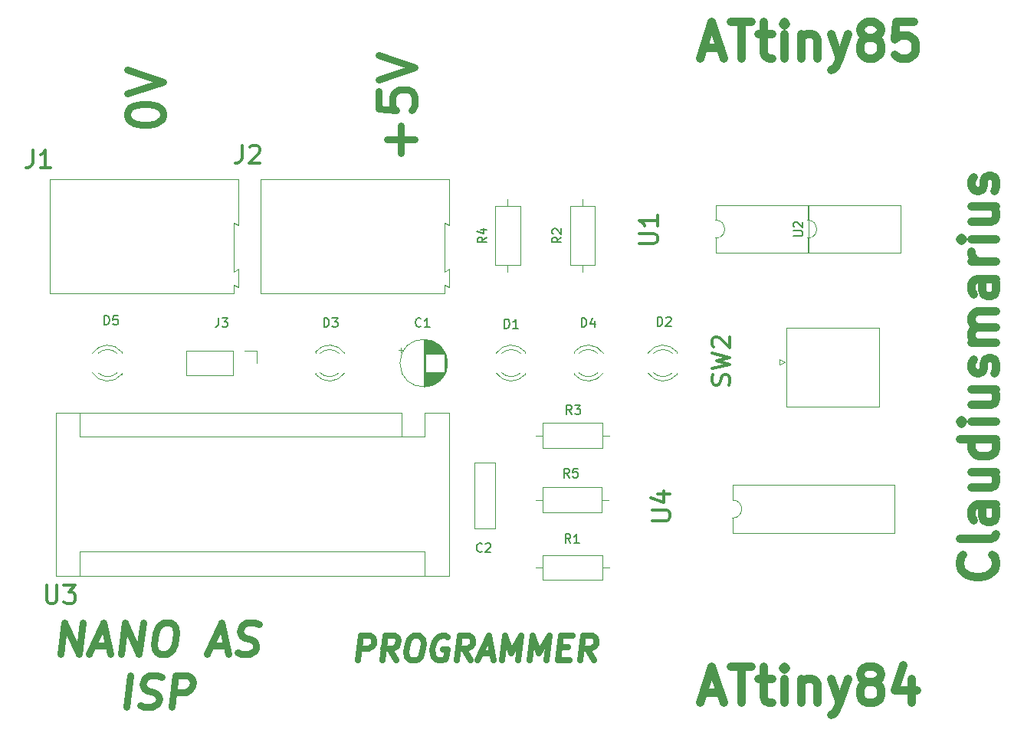
<source format=gbr>
G04 #@! TF.GenerationSoftware,KiCad,Pcbnew,(5.0.0)*
G04 #@! TF.CreationDate,2021-01-29T15:29:07+01:00*
G04 #@! TF.ProjectId,Programmateur_ATtiny85_02,50726F6772616D6D61746575725F4154,rev?*
G04 #@! TF.SameCoordinates,Original*
G04 #@! TF.FileFunction,Legend,Top*
G04 #@! TF.FilePolarity,Positive*
%FSLAX46Y46*%
G04 Gerber Fmt 4.6, Leading zero omitted, Abs format (unit mm)*
G04 Created by KiCad (PCBNEW (5.0.0)) date 01/29/21 15:29:07*
%MOMM*%
%LPD*%
G01*
G04 APERTURE LIST*
%ADD10C,0.800000*%
%ADD11C,0.675000*%
%ADD12C,0.900000*%
%ADD13C,0.120000*%
%ADD14C,0.150000*%
%ADD15C,0.300000*%
G04 APERTURE END LIST*
D10*
X71151714Y-48830857D02*
X71151714Y-45783238D01*
X72675523Y-47307047D02*
X69627904Y-47307047D01*
X68675523Y-41973714D02*
X68675523Y-43878476D01*
X70580285Y-44068952D01*
X70389809Y-43878476D01*
X70199333Y-43497523D01*
X70199333Y-42545142D01*
X70389809Y-42164190D01*
X70580285Y-41973714D01*
X70961238Y-41783238D01*
X71913619Y-41783238D01*
X72294571Y-41973714D01*
X72485047Y-42164190D01*
X72675523Y-42545142D01*
X72675523Y-43497523D01*
X72485047Y-43878476D01*
X72294571Y-44068952D01*
X68675523Y-40640380D02*
X72675523Y-39307047D01*
X68675523Y-37973714D01*
X40862523Y-44703761D02*
X40862523Y-44322809D01*
X41052999Y-43941857D01*
X41243476Y-43751380D01*
X41624428Y-43560904D01*
X42386333Y-43370428D01*
X43338714Y-43370428D01*
X44100619Y-43560904D01*
X44481571Y-43751380D01*
X44672047Y-43941857D01*
X44862523Y-44322809D01*
X44862523Y-44703761D01*
X44672047Y-45084714D01*
X44481571Y-45275190D01*
X44100619Y-45465666D01*
X43338714Y-45656142D01*
X42386333Y-45656142D01*
X41624428Y-45465666D01*
X41243476Y-45275190D01*
X41052999Y-45084714D01*
X40862523Y-44703761D01*
X40862523Y-42227571D02*
X44862523Y-40894238D01*
X40862523Y-39560904D01*
D11*
X66351388Y-104853428D02*
X66688888Y-102153428D01*
X67717459Y-102153428D01*
X67958531Y-102282000D01*
X68071031Y-102410571D01*
X68167459Y-102667714D01*
X68119245Y-103053428D01*
X67958531Y-103310571D01*
X67813888Y-103439142D01*
X67540674Y-103567714D01*
X66512102Y-103567714D01*
X70594245Y-104853428D02*
X69854959Y-103567714D01*
X69051388Y-104853428D02*
X69388888Y-102153428D01*
X70417459Y-102153428D01*
X70658531Y-102282000D01*
X70771031Y-102410571D01*
X70867459Y-102667714D01*
X70819245Y-103053428D01*
X70658531Y-103310571D01*
X70513888Y-103439142D01*
X70240674Y-103567714D01*
X69212102Y-103567714D01*
X72603174Y-102153428D02*
X73117459Y-102153428D01*
X73358531Y-102282000D01*
X73583531Y-102539142D01*
X73647816Y-103053428D01*
X73535316Y-103953428D01*
X73342459Y-104467714D01*
X73053174Y-104724857D01*
X72779959Y-104853428D01*
X72265674Y-104853428D01*
X72024602Y-104724857D01*
X71799602Y-104467714D01*
X71735316Y-103953428D01*
X71847816Y-103053428D01*
X72040674Y-102539142D01*
X72329959Y-102282000D01*
X72603174Y-102153428D01*
X76315674Y-102282000D02*
X76074602Y-102153428D01*
X75688888Y-102153428D01*
X75287102Y-102282000D01*
X74997816Y-102539142D01*
X74837102Y-102796285D01*
X74644245Y-103310571D01*
X74596031Y-103696285D01*
X74660316Y-104210571D01*
X74756745Y-104467714D01*
X74981745Y-104724857D01*
X75351388Y-104853428D01*
X75608531Y-104853428D01*
X76010316Y-104724857D01*
X76154959Y-104596285D01*
X76267459Y-103696285D01*
X75753174Y-103696285D01*
X78822816Y-104853428D02*
X78083531Y-103567714D01*
X77279959Y-104853428D02*
X77617459Y-102153428D01*
X78646031Y-102153428D01*
X78887102Y-102282000D01*
X78999602Y-102410571D01*
X79096031Y-102667714D01*
X79047816Y-103053428D01*
X78887102Y-103310571D01*
X78742459Y-103439142D01*
X78469245Y-103567714D01*
X77440674Y-103567714D01*
X79947816Y-104082000D02*
X81233531Y-104082000D01*
X79594245Y-104853428D02*
X80831745Y-102153428D01*
X81394245Y-104853428D01*
X82294245Y-104853428D02*
X82631745Y-102153428D01*
X83290674Y-104082000D01*
X84431745Y-102153428D01*
X84094245Y-104853428D01*
X85379959Y-104853428D02*
X85717459Y-102153428D01*
X86376388Y-104082000D01*
X87517459Y-102153428D01*
X87179959Y-104853428D01*
X88642459Y-103439142D02*
X89542459Y-103439142D01*
X89751388Y-104853428D02*
X88465674Y-104853428D01*
X88803174Y-102153428D01*
X90088888Y-102153428D01*
X92451388Y-104853428D02*
X91712102Y-103567714D01*
X90908531Y-104853428D02*
X91246031Y-102153428D01*
X92274602Y-102153428D01*
X92515674Y-102282000D01*
X92628174Y-102410571D01*
X92724602Y-102667714D01*
X92676388Y-103053428D01*
X92515674Y-103310571D01*
X92371031Y-103439142D01*
X92097816Y-103567714D01*
X91069245Y-103567714D01*
D10*
X40788041Y-110041333D02*
X41225541Y-106541333D01*
X42308874Y-109874666D02*
X42788041Y-110041333D01*
X43621375Y-110041333D01*
X43975541Y-109874666D01*
X44163041Y-109708000D01*
X44371375Y-109374666D01*
X44413041Y-109041333D01*
X44288041Y-108708000D01*
X44142208Y-108541333D01*
X43829708Y-108374666D01*
X43183875Y-108208000D01*
X42871375Y-108041333D01*
X42725541Y-107874666D01*
X42600541Y-107541333D01*
X42642208Y-107208000D01*
X42850541Y-106874666D01*
X43038041Y-106708000D01*
X43392208Y-106541333D01*
X44225541Y-106541333D01*
X44704708Y-106708000D01*
X45788041Y-110041333D02*
X46225541Y-106541333D01*
X47558874Y-106541333D01*
X47871375Y-106708000D01*
X48017208Y-106874666D01*
X48142208Y-107208000D01*
X48079708Y-107708000D01*
X47871375Y-108041333D01*
X47683875Y-108208000D01*
X47329708Y-108374666D01*
X45996375Y-108374666D01*
X33538041Y-104199333D02*
X33975541Y-100699333D01*
X35538041Y-104199333D01*
X35975541Y-100699333D01*
X37163041Y-103199333D02*
X38829708Y-103199333D01*
X36704708Y-104199333D02*
X38308874Y-100699333D01*
X39038041Y-104199333D01*
X40204708Y-104199333D02*
X40642208Y-100699333D01*
X42204708Y-104199333D01*
X42642208Y-100699333D01*
X44975541Y-100699333D02*
X45642208Y-100699333D01*
X45954708Y-100866000D01*
X46246374Y-101199333D01*
X46329708Y-101866000D01*
X46183874Y-103032666D01*
X45933874Y-103699333D01*
X45558874Y-104032666D01*
X45204708Y-104199333D01*
X44538041Y-104199333D01*
X44225541Y-104032666D01*
X43933875Y-103699333D01*
X43850541Y-103032666D01*
X43996374Y-101866000D01*
X44246375Y-101199333D01*
X44621374Y-100866000D01*
X44975541Y-100699333D01*
X50163041Y-103199333D02*
X51829708Y-103199333D01*
X49704708Y-104199333D02*
X51308874Y-100699333D01*
X52038041Y-104199333D01*
X53058875Y-104032666D02*
X53538041Y-104199333D01*
X54371374Y-104199333D01*
X54725541Y-104032666D01*
X54913041Y-103866000D01*
X55121375Y-103532666D01*
X55163041Y-103199333D01*
X55038041Y-102866000D01*
X54892208Y-102699333D01*
X54579708Y-102532666D01*
X53933874Y-102366000D01*
X53621374Y-102199333D01*
X53475541Y-102032666D01*
X53350541Y-101699333D01*
X53392208Y-101366000D01*
X53600541Y-101032666D01*
X53788041Y-100866000D01*
X54142208Y-100699333D01*
X54975541Y-100699333D01*
X55454708Y-100866000D01*
D12*
X104490714Y-108362666D02*
X106395476Y-108362666D01*
X104109761Y-109505523D02*
X105443095Y-105505523D01*
X106776428Y-109505523D01*
X107538333Y-105505523D02*
X109824047Y-105505523D01*
X108681190Y-109505523D02*
X108681190Y-105505523D01*
X110585952Y-106838857D02*
X112109761Y-106838857D01*
X111157380Y-105505523D02*
X111157380Y-108934095D01*
X111347857Y-109315047D01*
X111728809Y-109505523D01*
X112109761Y-109505523D01*
X113443095Y-109505523D02*
X113443095Y-106838857D01*
X113443095Y-105505523D02*
X113252619Y-105696000D01*
X113443095Y-105886476D01*
X113633571Y-105696000D01*
X113443095Y-105505523D01*
X113443095Y-105886476D01*
X115347857Y-106838857D02*
X115347857Y-109505523D01*
X115347857Y-107219809D02*
X115538333Y-107029333D01*
X115919285Y-106838857D01*
X116490714Y-106838857D01*
X116871666Y-107029333D01*
X117062142Y-107410285D01*
X117062142Y-109505523D01*
X118585952Y-106838857D02*
X119538333Y-109505523D01*
X120490714Y-106838857D02*
X119538333Y-109505523D01*
X119157380Y-110457904D01*
X118966904Y-110648380D01*
X118585952Y-110838857D01*
X122585952Y-107219809D02*
X122204999Y-107029333D01*
X122014523Y-106838857D01*
X121824047Y-106457904D01*
X121824047Y-106267428D01*
X122014523Y-105886476D01*
X122204999Y-105696000D01*
X122585952Y-105505523D01*
X123347857Y-105505523D01*
X123728809Y-105696000D01*
X123919285Y-105886476D01*
X124109761Y-106267428D01*
X124109761Y-106457904D01*
X123919285Y-106838857D01*
X123728809Y-107029333D01*
X123347857Y-107219809D01*
X122585952Y-107219809D01*
X122204999Y-107410285D01*
X122014523Y-107600761D01*
X121824047Y-107981714D01*
X121824047Y-108743619D01*
X122014523Y-109124571D01*
X122204999Y-109315047D01*
X122585952Y-109505523D01*
X123347857Y-109505523D01*
X123728809Y-109315047D01*
X123919285Y-109124571D01*
X124109761Y-108743619D01*
X124109761Y-107981714D01*
X123919285Y-107600761D01*
X123728809Y-107410285D01*
X123347857Y-107219809D01*
X127538333Y-106838857D02*
X127538333Y-109505523D01*
X126585952Y-105315047D02*
X125633571Y-108172190D01*
X128109761Y-108172190D01*
X104490714Y-37115666D02*
X106395476Y-37115666D01*
X104109761Y-38258523D02*
X105443095Y-34258523D01*
X106776428Y-38258523D01*
X107538333Y-34258523D02*
X109824047Y-34258523D01*
X108681190Y-38258523D02*
X108681190Y-34258523D01*
X110585952Y-35591857D02*
X112109761Y-35591857D01*
X111157380Y-34258523D02*
X111157380Y-37687095D01*
X111347857Y-38068047D01*
X111728809Y-38258523D01*
X112109761Y-38258523D01*
X113443095Y-38258523D02*
X113443095Y-35591857D01*
X113443095Y-34258523D02*
X113252619Y-34449000D01*
X113443095Y-34639476D01*
X113633571Y-34449000D01*
X113443095Y-34258523D01*
X113443095Y-34639476D01*
X115347857Y-35591857D02*
X115347857Y-38258523D01*
X115347857Y-35972809D02*
X115538333Y-35782333D01*
X115919285Y-35591857D01*
X116490714Y-35591857D01*
X116871666Y-35782333D01*
X117062142Y-36163285D01*
X117062142Y-38258523D01*
X118585952Y-35591857D02*
X119538333Y-38258523D01*
X120490714Y-35591857D02*
X119538333Y-38258523D01*
X119157380Y-39210904D01*
X118966904Y-39401380D01*
X118585952Y-39591857D01*
X122585952Y-35972809D02*
X122204999Y-35782333D01*
X122014523Y-35591857D01*
X121824047Y-35210904D01*
X121824047Y-35020428D01*
X122014523Y-34639476D01*
X122204999Y-34449000D01*
X122585952Y-34258523D01*
X123347857Y-34258523D01*
X123728809Y-34449000D01*
X123919285Y-34639476D01*
X124109761Y-35020428D01*
X124109761Y-35210904D01*
X123919285Y-35591857D01*
X123728809Y-35782333D01*
X123347857Y-35972809D01*
X122585952Y-35972809D01*
X122204999Y-36163285D01*
X122014523Y-36353761D01*
X121824047Y-36734714D01*
X121824047Y-37496619D01*
X122014523Y-37877571D01*
X122204999Y-38068047D01*
X122585952Y-38258523D01*
X123347857Y-38258523D01*
X123728809Y-38068047D01*
X123919285Y-37877571D01*
X124109761Y-37496619D01*
X124109761Y-36734714D01*
X123919285Y-36353761D01*
X123728809Y-36163285D01*
X123347857Y-35972809D01*
X127728809Y-34258523D02*
X125824047Y-34258523D01*
X125633571Y-36163285D01*
X125824047Y-35972809D01*
X126204999Y-35782333D01*
X127157380Y-35782333D01*
X127538333Y-35972809D01*
X127728809Y-36163285D01*
X127919285Y-36544238D01*
X127919285Y-37496619D01*
X127728809Y-37877571D01*
X127538333Y-38068047D01*
X127157380Y-38258523D01*
X126204999Y-38258523D01*
X125824047Y-38068047D01*
X125633571Y-37877571D01*
X136429571Y-93120285D02*
X136620047Y-93310761D01*
X136810523Y-93882190D01*
X136810523Y-94263142D01*
X136620047Y-94834571D01*
X136239095Y-95215523D01*
X135858142Y-95406000D01*
X135096238Y-95596476D01*
X134524809Y-95596476D01*
X133762904Y-95406000D01*
X133381952Y-95215523D01*
X133000999Y-94834571D01*
X132810523Y-94263142D01*
X132810523Y-93882190D01*
X133000999Y-93310761D01*
X133191476Y-93120285D01*
X136810523Y-90834571D02*
X136620047Y-91215523D01*
X136239095Y-91406000D01*
X132810523Y-91406000D01*
X136810523Y-87596476D02*
X134715285Y-87596476D01*
X134334333Y-87786952D01*
X134143857Y-88167904D01*
X134143857Y-88929809D01*
X134334333Y-89310761D01*
X136620047Y-87596476D02*
X136810523Y-87977428D01*
X136810523Y-88929809D01*
X136620047Y-89310761D01*
X136239095Y-89501238D01*
X135858142Y-89501238D01*
X135477190Y-89310761D01*
X135286714Y-88929809D01*
X135286714Y-87977428D01*
X135096238Y-87596476D01*
X134143857Y-83977428D02*
X136810523Y-83977428D01*
X134143857Y-85691714D02*
X136239095Y-85691714D01*
X136620047Y-85501238D01*
X136810523Y-85120285D01*
X136810523Y-84548857D01*
X136620047Y-84167904D01*
X136429571Y-83977428D01*
X136810523Y-80358380D02*
X132810523Y-80358380D01*
X136620047Y-80358380D02*
X136810523Y-80739333D01*
X136810523Y-81501238D01*
X136620047Y-81882190D01*
X136429571Y-82072666D01*
X136048619Y-82263142D01*
X134905761Y-82263142D01*
X134524809Y-82072666D01*
X134334333Y-81882190D01*
X134143857Y-81501238D01*
X134143857Y-80739333D01*
X134334333Y-80358380D01*
X136810523Y-78453619D02*
X134143857Y-78453619D01*
X132810523Y-78453619D02*
X133000999Y-78644095D01*
X133191476Y-78453619D01*
X133000999Y-78263142D01*
X132810523Y-78453619D01*
X133191476Y-78453619D01*
X134143857Y-74834571D02*
X136810523Y-74834571D01*
X134143857Y-76548857D02*
X136239095Y-76548857D01*
X136620047Y-76358380D01*
X136810523Y-75977428D01*
X136810523Y-75406000D01*
X136620047Y-75025047D01*
X136429571Y-74834571D01*
X136620047Y-73120285D02*
X136810523Y-72739333D01*
X136810523Y-71977428D01*
X136620047Y-71596476D01*
X136239095Y-71406000D01*
X136048619Y-71406000D01*
X135667666Y-71596476D01*
X135477190Y-71977428D01*
X135477190Y-72548857D01*
X135286714Y-72929809D01*
X134905761Y-73120285D01*
X134715285Y-73120285D01*
X134334333Y-72929809D01*
X134143857Y-72548857D01*
X134143857Y-71977428D01*
X134334333Y-71596476D01*
X136810523Y-69691714D02*
X134143857Y-69691714D01*
X134524809Y-69691714D02*
X134334333Y-69501238D01*
X134143857Y-69120285D01*
X134143857Y-68548857D01*
X134334333Y-68167904D01*
X134715285Y-67977428D01*
X136810523Y-67977428D01*
X134715285Y-67977428D02*
X134334333Y-67786952D01*
X134143857Y-67406000D01*
X134143857Y-66834571D01*
X134334333Y-66453619D01*
X134715285Y-66263142D01*
X136810523Y-66263142D01*
X136810523Y-62644095D02*
X134715285Y-62644095D01*
X134334333Y-62834571D01*
X134143857Y-63215523D01*
X134143857Y-63977428D01*
X134334333Y-64358380D01*
X136620047Y-62644095D02*
X136810523Y-63025047D01*
X136810523Y-63977428D01*
X136620047Y-64358380D01*
X136239095Y-64548857D01*
X135858142Y-64548857D01*
X135477190Y-64358380D01*
X135286714Y-63977428D01*
X135286714Y-63025047D01*
X135096238Y-62644095D01*
X136810523Y-60739333D02*
X134143857Y-60739333D01*
X134905761Y-60739333D02*
X134524809Y-60548857D01*
X134334333Y-60358380D01*
X134143857Y-59977428D01*
X134143857Y-59596476D01*
X136810523Y-58263142D02*
X134143857Y-58263142D01*
X132810523Y-58263142D02*
X133001000Y-58453619D01*
X133191476Y-58263142D01*
X133001000Y-58072666D01*
X132810523Y-58263142D01*
X133191476Y-58263142D01*
X134143857Y-54644095D02*
X136810523Y-54644095D01*
X134143857Y-56358380D02*
X136239095Y-56358380D01*
X136620047Y-56167904D01*
X136810523Y-55786952D01*
X136810523Y-55215523D01*
X136620047Y-54834571D01*
X136429571Y-54644095D01*
X136620047Y-52929809D02*
X136810523Y-52548857D01*
X136810523Y-51786952D01*
X136620047Y-51406000D01*
X136239095Y-51215523D01*
X136048619Y-51215523D01*
X135667666Y-51406000D01*
X135477190Y-51786952D01*
X135477190Y-52358380D01*
X135286714Y-52739333D01*
X134905761Y-52929809D01*
X134715285Y-52929809D01*
X134334333Y-52739333D01*
X134143857Y-52358380D01*
X134143857Y-51786952D01*
X134334333Y-51406000D01*
D13*
G04 #@! TO.C,C1*
X76260000Y-72000000D02*
G75*
G03X76260000Y-72000000I-2620000J0D01*
G01*
X73640000Y-69420000D02*
X73640000Y-74580000D01*
X73680000Y-69420000D02*
X73680000Y-74580000D01*
X73720000Y-69421000D02*
X73720000Y-74579000D01*
X73760000Y-69422000D02*
X73760000Y-74578000D01*
X73800000Y-69424000D02*
X73800000Y-74576000D01*
X73840000Y-69427000D02*
X73840000Y-74573000D01*
X73880000Y-69431000D02*
X73880000Y-70960000D01*
X73880000Y-73040000D02*
X73880000Y-74569000D01*
X73920000Y-69435000D02*
X73920000Y-70960000D01*
X73920000Y-73040000D02*
X73920000Y-74565000D01*
X73960000Y-69439000D02*
X73960000Y-70960000D01*
X73960000Y-73040000D02*
X73960000Y-74561000D01*
X74000000Y-69444000D02*
X74000000Y-70960000D01*
X74000000Y-73040000D02*
X74000000Y-74556000D01*
X74040000Y-69450000D02*
X74040000Y-70960000D01*
X74040000Y-73040000D02*
X74040000Y-74550000D01*
X74080000Y-69457000D02*
X74080000Y-70960000D01*
X74080000Y-73040000D02*
X74080000Y-74543000D01*
X74120000Y-69464000D02*
X74120000Y-70960000D01*
X74120000Y-73040000D02*
X74120000Y-74536000D01*
X74160000Y-69472000D02*
X74160000Y-70960000D01*
X74160000Y-73040000D02*
X74160000Y-74528000D01*
X74200000Y-69480000D02*
X74200000Y-70960000D01*
X74200000Y-73040000D02*
X74200000Y-74520000D01*
X74240000Y-69489000D02*
X74240000Y-70960000D01*
X74240000Y-73040000D02*
X74240000Y-74511000D01*
X74280000Y-69499000D02*
X74280000Y-70960000D01*
X74280000Y-73040000D02*
X74280000Y-74501000D01*
X74320000Y-69509000D02*
X74320000Y-70960000D01*
X74320000Y-73040000D02*
X74320000Y-74491000D01*
X74361000Y-69520000D02*
X74361000Y-70960000D01*
X74361000Y-73040000D02*
X74361000Y-74480000D01*
X74401000Y-69532000D02*
X74401000Y-70960000D01*
X74401000Y-73040000D02*
X74401000Y-74468000D01*
X74441000Y-69545000D02*
X74441000Y-70960000D01*
X74441000Y-73040000D02*
X74441000Y-74455000D01*
X74481000Y-69558000D02*
X74481000Y-70960000D01*
X74481000Y-73040000D02*
X74481000Y-74442000D01*
X74521000Y-69572000D02*
X74521000Y-70960000D01*
X74521000Y-73040000D02*
X74521000Y-74428000D01*
X74561000Y-69586000D02*
X74561000Y-70960000D01*
X74561000Y-73040000D02*
X74561000Y-74414000D01*
X74601000Y-69602000D02*
X74601000Y-70960000D01*
X74601000Y-73040000D02*
X74601000Y-74398000D01*
X74641000Y-69618000D02*
X74641000Y-70960000D01*
X74641000Y-73040000D02*
X74641000Y-74382000D01*
X74681000Y-69635000D02*
X74681000Y-70960000D01*
X74681000Y-73040000D02*
X74681000Y-74365000D01*
X74721000Y-69652000D02*
X74721000Y-70960000D01*
X74721000Y-73040000D02*
X74721000Y-74348000D01*
X74761000Y-69671000D02*
X74761000Y-70960000D01*
X74761000Y-73040000D02*
X74761000Y-74329000D01*
X74801000Y-69690000D02*
X74801000Y-70960000D01*
X74801000Y-73040000D02*
X74801000Y-74310000D01*
X74841000Y-69710000D02*
X74841000Y-70960000D01*
X74841000Y-73040000D02*
X74841000Y-74290000D01*
X74881000Y-69732000D02*
X74881000Y-70960000D01*
X74881000Y-73040000D02*
X74881000Y-74268000D01*
X74921000Y-69753000D02*
X74921000Y-70960000D01*
X74921000Y-73040000D02*
X74921000Y-74247000D01*
X74961000Y-69776000D02*
X74961000Y-70960000D01*
X74961000Y-73040000D02*
X74961000Y-74224000D01*
X75001000Y-69800000D02*
X75001000Y-70960000D01*
X75001000Y-73040000D02*
X75001000Y-74200000D01*
X75041000Y-69825000D02*
X75041000Y-70960000D01*
X75041000Y-73040000D02*
X75041000Y-74175000D01*
X75081000Y-69851000D02*
X75081000Y-70960000D01*
X75081000Y-73040000D02*
X75081000Y-74149000D01*
X75121000Y-69878000D02*
X75121000Y-70960000D01*
X75121000Y-73040000D02*
X75121000Y-74122000D01*
X75161000Y-69905000D02*
X75161000Y-70960000D01*
X75161000Y-73040000D02*
X75161000Y-74095000D01*
X75201000Y-69935000D02*
X75201000Y-70960000D01*
X75201000Y-73040000D02*
X75201000Y-74065000D01*
X75241000Y-69965000D02*
X75241000Y-70960000D01*
X75241000Y-73040000D02*
X75241000Y-74035000D01*
X75281000Y-69996000D02*
X75281000Y-70960000D01*
X75281000Y-73040000D02*
X75281000Y-74004000D01*
X75321000Y-70029000D02*
X75321000Y-70960000D01*
X75321000Y-73040000D02*
X75321000Y-73971000D01*
X75361000Y-70063000D02*
X75361000Y-70960000D01*
X75361000Y-73040000D02*
X75361000Y-73937000D01*
X75401000Y-70099000D02*
X75401000Y-70960000D01*
X75401000Y-73040000D02*
X75401000Y-73901000D01*
X75441000Y-70136000D02*
X75441000Y-70960000D01*
X75441000Y-73040000D02*
X75441000Y-73864000D01*
X75481000Y-70174000D02*
X75481000Y-70960000D01*
X75481000Y-73040000D02*
X75481000Y-73826000D01*
X75521000Y-70215000D02*
X75521000Y-70960000D01*
X75521000Y-73040000D02*
X75521000Y-73785000D01*
X75561000Y-70257000D02*
X75561000Y-70960000D01*
X75561000Y-73040000D02*
X75561000Y-73743000D01*
X75601000Y-70301000D02*
X75601000Y-70960000D01*
X75601000Y-73040000D02*
X75601000Y-73699000D01*
X75641000Y-70347000D02*
X75641000Y-70960000D01*
X75641000Y-73040000D02*
X75641000Y-73653000D01*
X75681000Y-70395000D02*
X75681000Y-70960000D01*
X75681000Y-73040000D02*
X75681000Y-73605000D01*
X75721000Y-70446000D02*
X75721000Y-70960000D01*
X75721000Y-73040000D02*
X75721000Y-73554000D01*
X75761000Y-70500000D02*
X75761000Y-70960000D01*
X75761000Y-73040000D02*
X75761000Y-73500000D01*
X75801000Y-70557000D02*
X75801000Y-70960000D01*
X75801000Y-73040000D02*
X75801000Y-73443000D01*
X75841000Y-70617000D02*
X75841000Y-70960000D01*
X75841000Y-73040000D02*
X75841000Y-73383000D01*
X75881000Y-70681000D02*
X75881000Y-70960000D01*
X75881000Y-73040000D02*
X75881000Y-73319000D01*
X75921000Y-70749000D02*
X75921000Y-70960000D01*
X75921000Y-73040000D02*
X75921000Y-73251000D01*
X75961000Y-70822000D02*
X75961000Y-73178000D01*
X76001000Y-70902000D02*
X76001000Y-73098000D01*
X76041000Y-70989000D02*
X76041000Y-73011000D01*
X76081000Y-71085000D02*
X76081000Y-72915000D01*
X76121000Y-71195000D02*
X76121000Y-72805000D01*
X76161000Y-71323000D02*
X76161000Y-72677000D01*
X76201000Y-71482000D02*
X76201000Y-72518000D01*
X76241000Y-71716000D02*
X76241000Y-72284000D01*
X70835225Y-70525000D02*
X71335225Y-70525000D01*
X71085225Y-70275000D02*
X71085225Y-70775000D01*
G04 #@! TO.C,C2*
X79271000Y-90274000D02*
X79271000Y-83034000D01*
X81511000Y-90274000D02*
X81511000Y-83034000D01*
X79271000Y-90274000D02*
X81511000Y-90274000D01*
X79271000Y-83034000D02*
X81511000Y-83034000D01*
G04 #@! TO.C,D1*
X81639665Y-73078608D02*
G75*
G03X84872000Y-73235516I1672335J1078608D01*
G01*
X81639665Y-70921392D02*
G75*
G02X84872000Y-70764484I1672335J-1078608D01*
G01*
X82270870Y-73079837D02*
G75*
G03X84352961Y-73080000I1041130J1079837D01*
G01*
X82270870Y-70920163D02*
G75*
G02X84352961Y-70920000I1041130J-1079837D01*
G01*
X84872000Y-73236000D02*
X84872000Y-73080000D01*
X84872000Y-70920000D02*
X84872000Y-70764000D01*
G04 #@! TO.C,D2*
X101636000Y-70920000D02*
X101636000Y-70764000D01*
X101636000Y-73236000D02*
X101636000Y-73080000D01*
X99034870Y-70920163D02*
G75*
G02X101116961Y-70920000I1041130J-1079837D01*
G01*
X99034870Y-73079837D02*
G75*
G03X101116961Y-73080000I1041130J1079837D01*
G01*
X98403665Y-70921392D02*
G75*
G02X101636000Y-70764484I1672335J-1078608D01*
G01*
X98403665Y-73078608D02*
G75*
G03X101636000Y-73235516I1672335J1078608D01*
G01*
G04 #@! TO.C,D3*
X64918335Y-70921392D02*
G75*
G03X61686000Y-70764484I-1672335J-1078608D01*
G01*
X64918335Y-73078608D02*
G75*
G02X61686000Y-73235516I-1672335J1078608D01*
G01*
X64287130Y-70920163D02*
G75*
G03X62205039Y-70920000I-1041130J-1079837D01*
G01*
X64287130Y-73079837D02*
G75*
G02X62205039Y-73080000I-1041130J1079837D01*
G01*
X61686000Y-70764000D02*
X61686000Y-70920000D01*
X61686000Y-73080000D02*
X61686000Y-73236000D01*
G04 #@! TO.C,D4*
X90261000Y-73080000D02*
X90261000Y-73236000D01*
X90261000Y-70764000D02*
X90261000Y-70920000D01*
X92862130Y-73079837D02*
G75*
G02X90780039Y-73080000I-1041130J1079837D01*
G01*
X92862130Y-70920163D02*
G75*
G03X90780039Y-70920000I-1041130J-1079837D01*
G01*
X93493335Y-73078608D02*
G75*
G02X90261000Y-73235516I-1672335J1078608D01*
G01*
X93493335Y-70921392D02*
G75*
G03X90261000Y-70764484I-1672335J-1078608D01*
G01*
G04 #@! TO.C,D5*
X37057665Y-73078608D02*
G75*
G03X40290000Y-73235516I1672335J1078608D01*
G01*
X37057665Y-70921392D02*
G75*
G02X40290000Y-70764484I1672335J-1078608D01*
G01*
X37688870Y-73079837D02*
G75*
G03X39770961Y-73080000I1041130J1079837D01*
G01*
X37688870Y-70920163D02*
G75*
G02X39770961Y-70920000I1041130J-1079837D01*
G01*
X40290000Y-73236000D02*
X40290000Y-73080000D01*
X40290000Y-70920000D02*
X40290000Y-70764000D01*
G04 #@! TO.C,J1*
X32350000Y-64300000D02*
X32350000Y-51700000D01*
X52650000Y-64300000D02*
X32350000Y-64300000D01*
X52650000Y-63350000D02*
X52650000Y-64300000D01*
X53200000Y-63650000D02*
X52650000Y-63350000D01*
X53200000Y-61600000D02*
X53200000Y-63650000D01*
X52650000Y-61900000D02*
X53200000Y-61600000D01*
X52650000Y-56500000D02*
X52650000Y-61900000D01*
X53150000Y-56750000D02*
X52650000Y-56500000D01*
X53150000Y-51700000D02*
X53150000Y-56750000D01*
X32350000Y-51700000D02*
X53150000Y-51700000D01*
G04 #@! TO.C,J2*
X55643000Y-51700000D02*
X76443000Y-51700000D01*
X76443000Y-51700000D02*
X76443000Y-56750000D01*
X76443000Y-56750000D02*
X75943000Y-56500000D01*
X75943000Y-56500000D02*
X75943000Y-61900000D01*
X75943000Y-61900000D02*
X76493000Y-61600000D01*
X76493000Y-61600000D02*
X76493000Y-63650000D01*
X76493000Y-63650000D02*
X75943000Y-63350000D01*
X75943000Y-63350000D02*
X75943000Y-64300000D01*
X75943000Y-64300000D02*
X55643000Y-64300000D01*
X55643000Y-64300000D02*
X55643000Y-51700000D01*
G04 #@! TO.C,J3*
X47438000Y-70670000D02*
X47438000Y-73330000D01*
X52578000Y-70670000D02*
X47438000Y-70670000D01*
X52578000Y-73330000D02*
X47438000Y-73330000D01*
X52578000Y-70670000D02*
X52578000Y-73330000D01*
X53848000Y-70670000D02*
X55178000Y-70670000D01*
X55178000Y-70670000D02*
X55178000Y-72000000D01*
G04 #@! TO.C,R1*
X94120000Y-94615000D02*
X93350000Y-94615000D01*
X86040000Y-94615000D02*
X86810000Y-94615000D01*
X93350000Y-93245000D02*
X86810000Y-93245000D01*
X93350000Y-95985000D02*
X93350000Y-93245000D01*
X86810000Y-95985000D02*
X93350000Y-95985000D01*
X86810000Y-93245000D02*
X86810000Y-95985000D01*
G04 #@! TO.C,R2*
X89816000Y-61190000D02*
X92556000Y-61190000D01*
X92556000Y-61190000D02*
X92556000Y-54650000D01*
X92556000Y-54650000D02*
X89816000Y-54650000D01*
X89816000Y-54650000D02*
X89816000Y-61190000D01*
X91186000Y-61960000D02*
X91186000Y-61190000D01*
X91186000Y-53880000D02*
X91186000Y-54650000D01*
G04 #@! TO.C,R3*
X94120000Y-80010000D02*
X93350000Y-80010000D01*
X86040000Y-80010000D02*
X86810000Y-80010000D01*
X93350000Y-78640000D02*
X86810000Y-78640000D01*
X93350000Y-81380000D02*
X93350000Y-78640000D01*
X86810000Y-81380000D02*
X93350000Y-81380000D01*
X86810000Y-78640000D02*
X86810000Y-81380000D01*
G04 #@! TO.C,R4*
X81561000Y-61190000D02*
X84301000Y-61190000D01*
X84301000Y-61190000D02*
X84301000Y-54650000D01*
X84301000Y-54650000D02*
X81561000Y-54650000D01*
X81561000Y-54650000D02*
X81561000Y-61190000D01*
X82931000Y-61960000D02*
X82931000Y-61190000D01*
X82931000Y-53880000D02*
X82931000Y-54650000D01*
G04 #@! TO.C,R5*
X93313000Y-88492000D02*
X93313000Y-85752000D01*
X93313000Y-85752000D02*
X86773000Y-85752000D01*
X86773000Y-85752000D02*
X86773000Y-88492000D01*
X86773000Y-88492000D02*
X93313000Y-88492000D01*
X94083000Y-87122000D02*
X93313000Y-87122000D01*
X86003000Y-87122000D02*
X86773000Y-87122000D01*
G04 #@! TO.C,SW2*
X113722000Y-68072000D02*
X113722000Y-76792000D01*
X113722000Y-76792000D02*
X123942000Y-76792000D01*
X123942000Y-76792000D02*
X123942000Y-68072000D01*
X123942000Y-68072000D02*
X113722000Y-68072000D01*
X113522000Y-71882000D02*
X112922000Y-72182000D01*
X112922000Y-72182000D02*
X112922000Y-71582000D01*
X112922000Y-71582000D02*
X113522000Y-71882000D01*
G04 #@! TO.C,U1*
X105890000Y-54540000D02*
X105890000Y-56190000D01*
X116170000Y-54540000D02*
X105890000Y-54540000D01*
X116170000Y-59840000D02*
X116170000Y-54540000D01*
X105890000Y-59840000D02*
X116170000Y-59840000D01*
X105890000Y-58190000D02*
X105890000Y-59840000D01*
X105890000Y-56190000D02*
G75*
G02X105890000Y-58190000I0J-1000000D01*
G01*
G04 #@! TO.C,U2*
X116050000Y-56190000D02*
G75*
G02X116050000Y-58190000I0J-1000000D01*
G01*
X116050000Y-58190000D02*
X116050000Y-59840000D01*
X116050000Y-59840000D02*
X126330000Y-59840000D01*
X126330000Y-59840000D02*
X126330000Y-54540000D01*
X126330000Y-54540000D02*
X116050000Y-54540000D01*
X116050000Y-54540000D02*
X116050000Y-56190000D01*
G04 #@! TO.C,U3*
X71247000Y-80137000D02*
X73787000Y-80137000D01*
X73787000Y-80137000D02*
X73787000Y-77467000D01*
X71247000Y-77467000D02*
X33017000Y-77467000D01*
X76457000Y-77467000D02*
X73787000Y-77467000D01*
X73787000Y-92837000D02*
X73787000Y-95507000D01*
X73787000Y-92837000D02*
X35687000Y-92837000D01*
X35687000Y-92837000D02*
X35687000Y-95507000D01*
X71247000Y-80137000D02*
X71247000Y-77467000D01*
X71247000Y-80137000D02*
X35687000Y-80137000D01*
X35687000Y-80137000D02*
X35687000Y-77467000D01*
X33017000Y-77467000D02*
X33017000Y-95507000D01*
X33017000Y-95507000D02*
X76457000Y-95507000D01*
X76457000Y-95507000D02*
X76457000Y-77467000D01*
G04 #@! TO.C,U4*
X107763000Y-87138000D02*
G75*
G02X107763000Y-89138000I0J-1000000D01*
G01*
X107763000Y-89138000D02*
X107763000Y-90788000D01*
X107763000Y-90788000D02*
X125663000Y-90788000D01*
X125663000Y-90788000D02*
X125663000Y-85488000D01*
X125663000Y-85488000D02*
X107763000Y-85488000D01*
X107763000Y-85488000D02*
X107763000Y-87138000D01*
G04 #@! TO.C,C1*
D14*
X73366333Y-67921142D02*
X73318714Y-67968761D01*
X73175857Y-68016380D01*
X73080619Y-68016380D01*
X72937761Y-67968761D01*
X72842523Y-67873523D01*
X72794904Y-67778285D01*
X72747285Y-67587809D01*
X72747285Y-67444952D01*
X72794904Y-67254476D01*
X72842523Y-67159238D01*
X72937761Y-67064000D01*
X73080619Y-67016380D01*
X73175857Y-67016380D01*
X73318714Y-67064000D01*
X73366333Y-67111619D01*
X74318714Y-68016380D02*
X73747285Y-68016380D01*
X74032999Y-68016380D02*
X74032999Y-67016380D01*
X73937761Y-67159238D01*
X73842523Y-67254476D01*
X73747285Y-67302095D01*
G04 #@! TO.C,C2*
X80097333Y-92813142D02*
X80049714Y-92860761D01*
X79906857Y-92908380D01*
X79811619Y-92908380D01*
X79668761Y-92860761D01*
X79573523Y-92765523D01*
X79525904Y-92670285D01*
X79478285Y-92479809D01*
X79478285Y-92336952D01*
X79525904Y-92146476D01*
X79573523Y-92051238D01*
X79668761Y-91956000D01*
X79811619Y-91908380D01*
X79906857Y-91908380D01*
X80049714Y-91956000D01*
X80097333Y-92003619D01*
X80478285Y-92003619D02*
X80525904Y-91956000D01*
X80621142Y-91908380D01*
X80859238Y-91908380D01*
X80954476Y-91956000D01*
X81002095Y-92003619D01*
X81049714Y-92098857D01*
X81049714Y-92194095D01*
X81002095Y-92336952D01*
X80430666Y-92908380D01*
X81049714Y-92908380D01*
G04 #@! TO.C,D1*
X82573904Y-68143380D02*
X82573904Y-67143380D01*
X82811999Y-67143380D01*
X82954857Y-67191000D01*
X83050095Y-67286238D01*
X83097714Y-67381476D01*
X83145333Y-67571952D01*
X83145333Y-67714809D01*
X83097714Y-67905285D01*
X83050095Y-68000523D01*
X82954857Y-68095761D01*
X82811999Y-68143380D01*
X82573904Y-68143380D01*
X84097714Y-68143380D02*
X83526285Y-68143380D01*
X83811999Y-68143380D02*
X83811999Y-67143380D01*
X83716761Y-67286238D01*
X83621523Y-67381476D01*
X83526285Y-67429095D01*
G04 #@! TO.C,D2*
X99464904Y-67889380D02*
X99464904Y-66889380D01*
X99702999Y-66889380D01*
X99845857Y-66937000D01*
X99941095Y-67032238D01*
X99988714Y-67127476D01*
X100036333Y-67317952D01*
X100036333Y-67460809D01*
X99988714Y-67651285D01*
X99941095Y-67746523D01*
X99845857Y-67841761D01*
X99702999Y-67889380D01*
X99464904Y-67889380D01*
X100417285Y-66984619D02*
X100464904Y-66937000D01*
X100560142Y-66889380D01*
X100798238Y-66889380D01*
X100893476Y-66937000D01*
X100941095Y-66984619D01*
X100988714Y-67079857D01*
X100988714Y-67175095D01*
X100941095Y-67317952D01*
X100369666Y-67889380D01*
X100988714Y-67889380D01*
G04 #@! TO.C,D3*
X62634904Y-68016380D02*
X62634904Y-67016380D01*
X62872999Y-67016380D01*
X63015857Y-67064000D01*
X63111095Y-67159238D01*
X63158714Y-67254476D01*
X63206333Y-67444952D01*
X63206333Y-67587809D01*
X63158714Y-67778285D01*
X63111095Y-67873523D01*
X63015857Y-67968761D01*
X62872999Y-68016380D01*
X62634904Y-68016380D01*
X63539666Y-67016380D02*
X64158714Y-67016380D01*
X63825380Y-67397333D01*
X63968238Y-67397333D01*
X64063476Y-67444952D01*
X64111095Y-67492571D01*
X64158714Y-67587809D01*
X64158714Y-67825904D01*
X64111095Y-67921142D01*
X64063476Y-67968761D01*
X63968238Y-68016380D01*
X63682523Y-68016380D01*
X63587285Y-67968761D01*
X63539666Y-67921142D01*
G04 #@! TO.C,D4*
X91082904Y-68016380D02*
X91082904Y-67016380D01*
X91320999Y-67016380D01*
X91463857Y-67064000D01*
X91559095Y-67159238D01*
X91606714Y-67254476D01*
X91654333Y-67444952D01*
X91654333Y-67587809D01*
X91606714Y-67778285D01*
X91559095Y-67873523D01*
X91463857Y-67968761D01*
X91320999Y-68016380D01*
X91082904Y-68016380D01*
X92511476Y-67349714D02*
X92511476Y-68016380D01*
X92273380Y-66968761D02*
X92035285Y-67683047D01*
X92654333Y-67683047D01*
G04 #@! TO.C,D5*
X38377904Y-67762380D02*
X38377904Y-66762380D01*
X38615999Y-66762380D01*
X38758857Y-66810000D01*
X38854095Y-66905238D01*
X38901714Y-67000476D01*
X38949333Y-67190952D01*
X38949333Y-67333809D01*
X38901714Y-67524285D01*
X38854095Y-67619523D01*
X38758857Y-67714761D01*
X38615999Y-67762380D01*
X38377904Y-67762380D01*
X39854095Y-66762380D02*
X39377904Y-66762380D01*
X39330285Y-67238571D01*
X39377904Y-67190952D01*
X39473142Y-67143333D01*
X39711238Y-67143333D01*
X39806476Y-67190952D01*
X39854095Y-67238571D01*
X39901714Y-67333809D01*
X39901714Y-67571904D01*
X39854095Y-67667142D01*
X39806476Y-67714761D01*
X39711238Y-67762380D01*
X39473142Y-67762380D01*
X39377904Y-67714761D01*
X39330285Y-67667142D01*
G04 #@! TO.C,J1*
D15*
X30448333Y-48434761D02*
X30448333Y-49863333D01*
X30353095Y-50149047D01*
X30162619Y-50339523D01*
X29876904Y-50434761D01*
X29686428Y-50434761D01*
X32448333Y-50434761D02*
X31305476Y-50434761D01*
X31876904Y-50434761D02*
X31876904Y-48434761D01*
X31686428Y-48720476D01*
X31495952Y-48910952D01*
X31305476Y-49006190D01*
G04 #@! TO.C,J2*
X53562333Y-47926761D02*
X53562333Y-49355333D01*
X53467095Y-49641047D01*
X53276619Y-49831523D01*
X52990904Y-49926761D01*
X52800428Y-49926761D01*
X54419476Y-48117238D02*
X54514714Y-48022000D01*
X54705190Y-47926761D01*
X55181380Y-47926761D01*
X55371857Y-48022000D01*
X55467095Y-48117238D01*
X55562333Y-48307714D01*
X55562333Y-48498190D01*
X55467095Y-48783904D01*
X54324238Y-49926761D01*
X55562333Y-49926761D01*
G04 #@! TO.C,J3*
D14*
X50974666Y-67016380D02*
X50974666Y-67730666D01*
X50927047Y-67873523D01*
X50831809Y-67968761D01*
X50688952Y-68016380D01*
X50593714Y-68016380D01*
X51355619Y-67016380D02*
X51974666Y-67016380D01*
X51641333Y-67397333D01*
X51784190Y-67397333D01*
X51879428Y-67444952D01*
X51927047Y-67492571D01*
X51974666Y-67587809D01*
X51974666Y-67825904D01*
X51927047Y-67921142D01*
X51879428Y-67968761D01*
X51784190Y-68016380D01*
X51498476Y-68016380D01*
X51403238Y-67968761D01*
X51355619Y-67921142D01*
G04 #@! TO.C,R1*
X89876333Y-91892380D02*
X89542999Y-91416190D01*
X89304904Y-91892380D02*
X89304904Y-90892380D01*
X89685857Y-90892380D01*
X89781095Y-90940000D01*
X89828714Y-90987619D01*
X89876333Y-91082857D01*
X89876333Y-91225714D01*
X89828714Y-91320952D01*
X89781095Y-91368571D01*
X89685857Y-91416190D01*
X89304904Y-91416190D01*
X90828714Y-91892380D02*
X90257285Y-91892380D01*
X90542999Y-91892380D02*
X90542999Y-90892380D01*
X90447761Y-91035238D01*
X90352523Y-91130476D01*
X90257285Y-91178095D01*
G04 #@! TO.C,R2*
X88844380Y-58086666D02*
X88368190Y-58420000D01*
X88844380Y-58658095D02*
X87844380Y-58658095D01*
X87844380Y-58277142D01*
X87891999Y-58181904D01*
X87939619Y-58134285D01*
X88034857Y-58086666D01*
X88177714Y-58086666D01*
X88272952Y-58134285D01*
X88320571Y-58181904D01*
X88368190Y-58277142D01*
X88368190Y-58658095D01*
X87939619Y-57705714D02*
X87892000Y-57658095D01*
X87844380Y-57562857D01*
X87844380Y-57324761D01*
X87892000Y-57229523D01*
X87939619Y-57181904D01*
X88034857Y-57134285D01*
X88130095Y-57134285D01*
X88272952Y-57181904D01*
X88844380Y-57753333D01*
X88844380Y-57134285D01*
G04 #@! TO.C,R3*
X90003333Y-77668380D02*
X89669999Y-77192190D01*
X89431904Y-77668380D02*
X89431904Y-76668380D01*
X89812857Y-76668380D01*
X89908095Y-76716000D01*
X89955714Y-76763619D01*
X90003333Y-76858857D01*
X90003333Y-77001714D01*
X89955714Y-77096952D01*
X89908095Y-77144571D01*
X89812857Y-77192190D01*
X89431904Y-77192190D01*
X90336666Y-76668380D02*
X90955714Y-76668380D01*
X90622380Y-77049333D01*
X90765238Y-77049333D01*
X90860476Y-77096952D01*
X90908095Y-77144571D01*
X90955714Y-77239809D01*
X90955714Y-77477904D01*
X90908095Y-77573142D01*
X90860476Y-77620761D01*
X90765238Y-77668380D01*
X90479523Y-77668380D01*
X90384285Y-77620761D01*
X90336666Y-77573142D01*
G04 #@! TO.C,R4*
X80589380Y-58086666D02*
X80113190Y-58420000D01*
X80589380Y-58658095D02*
X79589380Y-58658095D01*
X79589380Y-58277142D01*
X79636999Y-58181904D01*
X79684619Y-58134285D01*
X79779857Y-58086666D01*
X79922714Y-58086666D01*
X80017952Y-58134285D01*
X80065571Y-58181904D01*
X80113190Y-58277142D01*
X80113190Y-58658095D01*
X79922714Y-57229523D02*
X80589380Y-57229523D01*
X79541761Y-57467619D02*
X80256047Y-57705714D01*
X80256047Y-57086666D01*
G04 #@! TO.C,R5*
X89749333Y-84653380D02*
X89415999Y-84177190D01*
X89177904Y-84653380D02*
X89177904Y-83653380D01*
X89558857Y-83653380D01*
X89654095Y-83701000D01*
X89701714Y-83748619D01*
X89749333Y-83843857D01*
X89749333Y-83986714D01*
X89701714Y-84081952D01*
X89654095Y-84129571D01*
X89558857Y-84177190D01*
X89177904Y-84177190D01*
X90654095Y-83653380D02*
X90177904Y-83653380D01*
X90130285Y-84129571D01*
X90177904Y-84081952D01*
X90273142Y-84034333D01*
X90511238Y-84034333D01*
X90606476Y-84081952D01*
X90654095Y-84129571D01*
X90701714Y-84224809D01*
X90701714Y-84462904D01*
X90654095Y-84558142D01*
X90606476Y-84605761D01*
X90511238Y-84653380D01*
X90273142Y-84653380D01*
X90177904Y-84605761D01*
X90130285Y-84558142D01*
G04 #@! TO.C,SW2*
D15*
X107362523Y-74421666D02*
X107457761Y-74135952D01*
X107457761Y-73659761D01*
X107362523Y-73469285D01*
X107267285Y-73374047D01*
X107076809Y-73278809D01*
X106886333Y-73278809D01*
X106695857Y-73374047D01*
X106600619Y-73469285D01*
X106505380Y-73659761D01*
X106410142Y-74040714D01*
X106314904Y-74231190D01*
X106219666Y-74326428D01*
X106029190Y-74421666D01*
X105838714Y-74421666D01*
X105648238Y-74326428D01*
X105552999Y-74231190D01*
X105457761Y-74040714D01*
X105457761Y-73564523D01*
X105552999Y-73278809D01*
X105457761Y-72612142D02*
X107457761Y-72135952D01*
X106029190Y-71754999D01*
X107457761Y-71374047D01*
X105457761Y-70897857D01*
X105648238Y-70231190D02*
X105553000Y-70135952D01*
X105457761Y-69945476D01*
X105457761Y-69469285D01*
X105553000Y-69278809D01*
X105648238Y-69183571D01*
X105838714Y-69088333D01*
X106029190Y-69088333D01*
X106314904Y-69183571D01*
X107457761Y-70326428D01*
X107457761Y-69088333D01*
G04 #@! TO.C,U1*
X97456761Y-58800809D02*
X99075809Y-58800809D01*
X99266285Y-58705571D01*
X99361523Y-58610333D01*
X99456761Y-58419857D01*
X99456761Y-58038904D01*
X99361523Y-57848428D01*
X99266285Y-57753190D01*
X99075809Y-57657952D01*
X97456761Y-57657952D01*
X99456761Y-55657952D02*
X99456761Y-56800809D01*
X99456761Y-56229380D02*
X97456761Y-56229380D01*
X97742476Y-56419857D01*
X97932952Y-56610333D01*
X98028190Y-56800809D01*
G04 #@! TO.C,U2*
D14*
X114502380Y-57951904D02*
X115311904Y-57951904D01*
X115407142Y-57904285D01*
X115454761Y-57856666D01*
X115502380Y-57761428D01*
X115502380Y-57570952D01*
X115454761Y-57475714D01*
X115407142Y-57428095D01*
X115311904Y-57380476D01*
X114502380Y-57380476D01*
X114597619Y-56951904D02*
X114550000Y-56904285D01*
X114502380Y-56809047D01*
X114502380Y-56570952D01*
X114550000Y-56475714D01*
X114597619Y-56428095D01*
X114692857Y-56380476D01*
X114788095Y-56380476D01*
X114930952Y-56428095D01*
X115502380Y-56999523D01*
X115502380Y-56380476D01*
G04 #@! TO.C,U3*
D15*
X32004190Y-96567761D02*
X32004190Y-98186809D01*
X32099428Y-98377285D01*
X32194666Y-98472523D01*
X32385142Y-98567761D01*
X32766095Y-98567761D01*
X32956571Y-98472523D01*
X33051809Y-98377285D01*
X33147047Y-98186809D01*
X33147047Y-96567761D01*
X33908952Y-96567761D02*
X35147047Y-96567761D01*
X34480380Y-97329666D01*
X34766095Y-97329666D01*
X34956571Y-97424904D01*
X35051809Y-97520142D01*
X35147047Y-97710619D01*
X35147047Y-98186809D01*
X35051809Y-98377285D01*
X34956571Y-98472523D01*
X34766095Y-98567761D01*
X34194666Y-98567761D01*
X34004190Y-98472523D01*
X33908952Y-98377285D01*
G04 #@! TO.C,U4*
X98853761Y-89407809D02*
X100472809Y-89407809D01*
X100663285Y-89312571D01*
X100758523Y-89217333D01*
X100853761Y-89026857D01*
X100853761Y-88645904D01*
X100758523Y-88455428D01*
X100663285Y-88360190D01*
X100472809Y-88264952D01*
X98853761Y-88264952D01*
X99520428Y-86455428D02*
X100853761Y-86455428D01*
X98758523Y-86931619D02*
X100187095Y-87407809D01*
X100187095Y-86169714D01*
G04 #@! TD*
M02*

</source>
